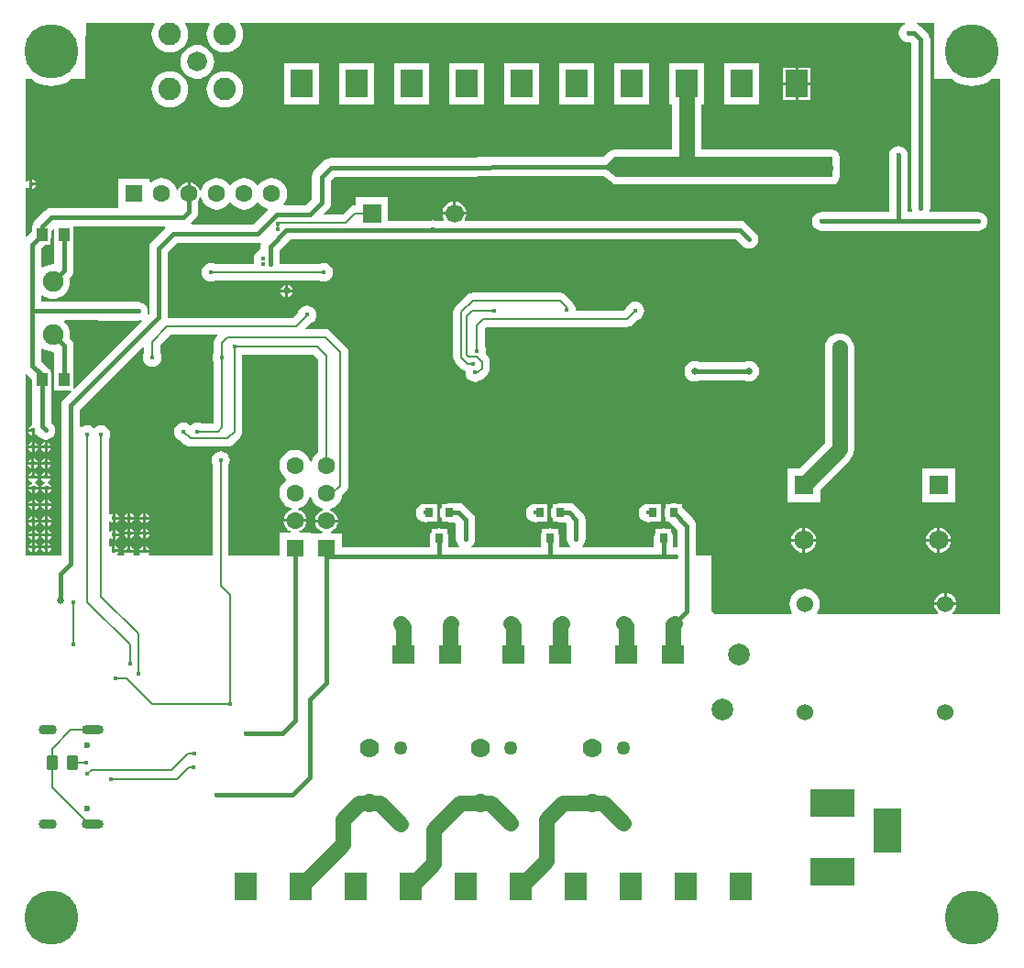
<source format=gbl>
G04*
G04 #@! TF.GenerationSoftware,Altium Limited,Altium Designer,18.0.11 (651)*
G04*
G04 Layer_Physical_Order=2*
G04 Layer_Color=14186556*
%FSTAX24Y24*%
%MOIN*%
G70*
G01*
G75*
%ADD12C,0.0080*%
G04:AMPARAMS|DCode=34|XSize=39.4mil|YSize=55.9mil|CornerRadius=4.9mil|HoleSize=0mil|Usage=FLASHONLY|Rotation=180.000|XOffset=0mil|YOffset=0mil|HoleType=Round|Shape=RoundedRectangle|*
%AMROUNDEDRECTD34*
21,1,0.0394,0.0461,0,0,180.0*
21,1,0.0295,0.0559,0,0,180.0*
1,1,0.0098,-0.0148,0.0230*
1,1,0.0098,0.0148,0.0230*
1,1,0.0098,0.0148,-0.0230*
1,1,0.0098,-0.0148,-0.0230*
%
%ADD34ROUNDEDRECTD34*%
%ADD90C,0.0180*%
%ADD92C,0.0551*%
%ADD93C,0.0700*%
%ADD94R,0.1000X0.1600*%
%ADD95R,0.1600X0.1000*%
%ADD96C,0.0787*%
%ADD97C,0.0600*%
%ADD98R,0.0669X0.0669*%
%ADD99C,0.0669*%
%ADD100R,0.0787X0.0984*%
%ADD101R,0.0630X0.0630*%
%ADD102C,0.0630*%
%ADD103C,0.0500*%
%ADD104R,0.0630X0.0630*%
%ADD105C,0.0750*%
%ADD106C,0.0820*%
%ADD107C,0.0720*%
%ADD108R,0.0709X0.0709*%
%ADD109C,0.0709*%
%ADD110O,0.0669X0.0354*%
%ADD111O,0.0787X0.0354*%
%ADD112C,0.0236*%
%ADD113C,0.0165*%
%ADD114C,0.0250*%
%ADD115C,0.1969*%
%ADD116R,0.0276X0.0354*%
%ADD117R,0.0787X0.0709*%
%ADD118R,0.0394X0.0500*%
G36*
X042069Y04215D02*
X04295D01*
Y0414D01*
X042069D01*
X035094Y0414D01*
X034641Y041766D01*
X034641Y041791D01*
X035Y04215D01*
X042069Y04215D01*
D02*
G37*
G36*
X04665Y044982D02*
X04727D01*
X047287Y044968D01*
X047452Y044866D01*
X047632Y044792D01*
X047821Y044746D01*
X048015Y044731D01*
X048208Y044746D01*
X048397Y044792D01*
X048577Y044866D01*
X048742Y044968D01*
X048759Y044982D01*
X049047D01*
X049047Y025532D01*
X047326D01*
X04731Y025582D01*
X047335Y025602D01*
X047399Y025685D01*
X04744Y025783D01*
X047447Y025837D01*
X046653D01*
X04666Y025783D01*
X046701Y025685D01*
X046765Y025602D01*
X04679Y025582D01*
X046774Y025532D01*
X042409D01*
X042387Y025577D01*
X042412Y02561D01*
X042468Y025743D01*
X042487Y025887D01*
X042468Y026031D01*
X042412Y026164D01*
X042324Y026279D01*
X042209Y026367D01*
X042075Y026423D01*
X041932Y026442D01*
X041788Y026423D01*
X041655Y026367D01*
X04154Y026279D01*
X041451Y026164D01*
X041396Y026031D01*
X041377Y025887D01*
X041396Y025743D01*
X041451Y02561D01*
X041477Y025577D01*
X041455Y025532D01*
X038666D01*
X03855Y025648D01*
Y02765D01*
X037993D01*
Y028727D01*
X037981Y028816D01*
X037947Y028898D01*
X037892Y028969D01*
X037462Y0294D01*
Y02953D01*
X037273D01*
X037263Y029534D01*
X037174Y029546D01*
X037085Y029534D01*
X037075Y02953D01*
X036886D01*
Y029386D01*
X036877Y029374D01*
X036843Y029292D01*
X036831Y029203D01*
X036843Y029114D01*
X036877Y029031D01*
X036886Y029019D01*
Y028876D01*
X037016D01*
X037307Y028585D01*
Y027973D01*
X037269Y02794D01*
X03725Y027943D01*
X037143D01*
Y028297D01*
X037131Y028386D01*
X037097Y028469D01*
X037088Y028481D01*
Y028624D01*
X036899D01*
X036889Y028628D01*
X0368Y02864D01*
X036711Y028628D01*
X036701Y028624D01*
X036512D01*
Y028481D01*
X036503Y028469D01*
X036469Y028386D01*
X036457Y028297D01*
Y027943D01*
X033866D01*
X033849Y027993D01*
X033868Y028008D01*
X033923Y028079D01*
X033957Y028161D01*
X033969Y02825D01*
Y02895D01*
X033957Y029039D01*
X033923Y029121D01*
X033868Y029192D01*
X033616Y029445D01*
X033545Y0295D01*
X033462Y029534D01*
X033373Y029546D01*
X03305D01*
X032961Y029534D01*
X032951Y02953D01*
X032762D01*
Y029386D01*
X032753Y029374D01*
X032719Y029292D01*
X032707Y029203D01*
X032719Y029114D01*
X032753Y029031D01*
X032762Y029019D01*
Y028876D01*
X032951D01*
X032961Y028872D01*
X03305Y02886D01*
X033231D01*
X033283Y028808D01*
Y02825D01*
X033295Y028161D01*
X033329Y028079D01*
X033383Y028008D01*
X033402Y027993D01*
X033386Y027943D01*
X033019D01*
Y028297D01*
X033007Y028386D01*
X032973Y028469D01*
X032964Y028481D01*
Y028624D01*
X032775D01*
X032765Y028628D01*
X032676Y02864D01*
X032587Y028628D01*
X032577Y028624D01*
X032388D01*
Y028481D01*
X032379Y028469D01*
X032345Y028386D01*
X032333Y028297D01*
Y027943D01*
X02984D01*
X029824Y027993D01*
X029842Y028008D01*
X029897Y028079D01*
X029931Y028161D01*
X029943Y02825D01*
Y02895D01*
X029931Y029039D01*
X029897Y029121D01*
X029842Y029192D01*
X02959Y029445D01*
X029519Y0295D01*
X029436Y029534D01*
X029347Y029546D01*
X029024D01*
X028935Y029534D01*
X028925Y02953D01*
X028736D01*
Y029386D01*
X028727Y029374D01*
X028693Y029292D01*
X028681Y029203D01*
X028693Y029114D01*
X028727Y029031D01*
X028736Y029019D01*
Y028876D01*
X028925D01*
X028935Y028872D01*
X029024Y02886D01*
X029205D01*
X029257Y028808D01*
Y02825D01*
X029269Y028161D01*
X029303Y028079D01*
X029358Y028008D01*
X029376Y027993D01*
X02936Y027943D01*
X028993D01*
Y028297D01*
X028981Y028386D01*
X028947Y028469D01*
X028938Y028481D01*
Y028624D01*
X028749D01*
X028739Y028628D01*
X02865Y02864D01*
X028561Y028628D01*
X028551Y028624D01*
X028362D01*
Y028481D01*
X028353Y028469D01*
X028319Y028386D01*
X028307Y028297D01*
Y027943D01*
X025115D01*
Y028465D01*
X024715D01*
X024705Y028515D01*
X024759Y028538D01*
X024846Y028604D01*
X024912Y028691D01*
X024954Y028792D01*
X024962Y02885D01*
X02455D01*
X024138D01*
X024146Y028792D01*
X024188Y028691D01*
X024254Y028604D01*
X024341Y028538D01*
X024395Y028515D01*
X024385Y028465D01*
X024006D01*
X023965Y028487D01*
X023965Y028487D01*
X023965Y028487D01*
X023565D01*
X023555Y028537D01*
X023609Y02856D01*
X023696Y028626D01*
X023762Y028713D01*
X023804Y028814D01*
X023812Y028872D01*
X0234D01*
X022988D01*
X022996Y028814D01*
X023038Y028713D01*
X023104Y028626D01*
X023191Y02856D01*
X023245Y028537D01*
X023235Y028487D01*
X022835D01*
Y02765D01*
X020993D01*
Y030937D01*
X021024Y031013D01*
X021036Y0311D01*
X021024Y031187D01*
X020991Y031268D01*
X020937Y031337D01*
X020868Y031391D01*
X020787Y031424D01*
X0207Y031436D01*
X020613Y031424D01*
X020532Y031391D01*
X020463Y031337D01*
X020409Y031268D01*
X020376Y031187D01*
X020364Y0311D01*
X020376Y031013D01*
X020408Y030937D01*
Y02765D01*
X018109D01*
X018082Y0277D01*
X018102Y027729D01*
X018106Y02775D01*
X017753D01*
X017757Y027729D01*
X017777Y0277D01*
X01775Y02765D01*
X017536D01*
X01751Y0277D01*
X017533Y027735D01*
X017537Y027756D01*
X017185D01*
X017189Y027735D01*
X017212Y0277D01*
X017186Y02765D01*
X016947D01*
X016931Y0277D01*
X016932Y0277D01*
X016972Y027761D01*
X016976Y027782D01*
X0168D01*
Y027832D01*
X01675D01*
Y028008D01*
X016729Y028004D01*
X016693Y02798D01*
X016643Y028006D01*
Y028258D01*
X016693Y028273D01*
X016695Y028268D01*
X016756Y028228D01*
X016777Y028224D01*
Y0284D01*
Y028576D01*
X016756Y028572D01*
X016695Y028532D01*
X016693Y028527D01*
X016643Y028542D01*
Y028868D01*
X016693Y028883D01*
X016695Y028879D01*
X016756Y028839D01*
X016777Y028834D01*
Y029011D01*
Y029187D01*
X016756Y029183D01*
X016695Y029142D01*
X016693Y029138D01*
X016643Y029153D01*
Y031887D01*
X016674Y031963D01*
X016686Y03205D01*
X016674Y032137D01*
X016641Y032218D01*
X016587Y032287D01*
X016518Y032341D01*
X016437Y032374D01*
X01635Y032386D01*
X016263Y032374D01*
X016182Y032341D01*
X016113Y032287D01*
X016087D01*
X016018Y032341D01*
X015937Y032374D01*
X01585Y032386D01*
X015763Y032374D01*
X015682Y032341D01*
X015643Y03231D01*
X015593Y032335D01*
Y032958D01*
X017866Y035231D01*
X017913Y035212D01*
Y035013D01*
X017881Y034937D01*
X01787Y03485D01*
X017881Y034763D01*
X017915Y034682D01*
X017968Y034613D01*
X018037Y034559D01*
X018118Y034526D01*
X018205Y034514D01*
X018292Y034526D01*
X018373Y034559D01*
X018442Y034613D01*
X018496Y034682D01*
X018529Y034763D01*
X018541Y03485D01*
X018529Y034937D01*
X018498Y035013D01*
Y035312D01*
X018877Y035692D01*
X020567D01*
X020587Y035646D01*
X020543Y035603D01*
X020497Y035542D01*
X020467Y035471D01*
X020457Y035396D01*
Y035013D01*
X020426Y034937D01*
X020414Y03485D01*
X020426Y034763D01*
X020457Y034687D01*
Y032443D01*
X020013D01*
X019937Y032474D01*
X01985Y032486D01*
X019763Y032474D01*
X019682Y032441D01*
X019613Y032387D01*
X019587D01*
X019518Y032441D01*
X019437Y032474D01*
X01935Y032486D01*
X019263Y032474D01*
X019182Y032441D01*
X019113Y032387D01*
X019059Y032318D01*
X019026Y032237D01*
X019014Y03215D01*
X019026Y032063D01*
X019059Y031982D01*
X019113Y031913D01*
X019182Y031859D01*
X019259Y031828D01*
X019393Y031693D01*
X019454Y031647D01*
X019524Y031617D01*
X0196Y031607D01*
X02095D01*
X021026Y031617D01*
X021096Y031647D01*
X021157Y031693D01*
X021407Y031943D01*
X021453Y032004D01*
X021483Y032074D01*
X021493Y03215D01*
Y034957D01*
X024079D01*
X024258Y034779D01*
Y031388D01*
X024147Y031303D01*
X024057Y031185D01*
X024003Y031055D01*
X023999Y031055D01*
X02395Y03107D01*
X023893Y031207D01*
X023803Y031325D01*
X023685Y031416D01*
X023547Y031472D01*
X0234Y031492D01*
X023253Y031472D01*
X023115Y031416D01*
X022997Y031325D01*
X022907Y031207D01*
X02285Y03107D01*
X02283Y030922D01*
X02285Y030775D01*
X022907Y030637D01*
X022997Y030519D01*
X023082Y030454D01*
Y030391D01*
X022997Y030325D01*
X022907Y030207D01*
X02285Y03007D01*
X02283Y029922D01*
X02285Y029775D01*
X022907Y029637D01*
X022997Y029519D01*
X023115Y029429D01*
X023253Y029372D01*
X023266Y02937D01*
X023273Y029319D01*
X023191Y029285D01*
X023104Y029218D01*
X023038Y029131D01*
X022996Y02903D01*
X022988Y028972D01*
X0234D01*
X023812D01*
X023804Y02903D01*
X023762Y029131D01*
X023696Y029218D01*
X023609Y029285D01*
X023527Y029319D01*
X023534Y02937D01*
X023547Y029372D01*
X023685Y029429D01*
X023803Y029519D01*
X023893Y029637D01*
X023947Y029767D01*
X023951Y029768D01*
X024Y029753D01*
X024057Y029615D01*
X024147Y029497D01*
X024265Y029407D01*
X024403Y02935D01*
X024416Y029348D01*
X024423Y029296D01*
X024341Y029262D01*
X024254Y029196D01*
X024188Y029109D01*
X024146Y029008D01*
X024138Y02895D01*
X02455D01*
X024962D01*
X024954Y029008D01*
X024912Y029109D01*
X024846Y029196D01*
X024759Y029262D01*
X024677Y029296D01*
X024684Y029348D01*
X024697Y02935D01*
X024835Y029407D01*
X024953Y029497D01*
X025043Y029615D01*
X0251Y029753D01*
X025112Y029837D01*
X025257Y029983D01*
X025303Y030043D01*
X025333Y030114D01*
X025343Y030189D01*
Y03505D01*
X025333Y035126D01*
X025303Y035196D01*
X025257Y035257D01*
X024717Y035797D01*
X024656Y035843D01*
X024586Y035873D01*
X02451Y035883D01*
X023812D01*
X023793Y035929D01*
X023949Y036085D01*
X024007Y036109D01*
X024077Y036163D01*
X02413Y036232D01*
X024164Y036313D01*
X024175Y0364D01*
X024164Y036487D01*
X02413Y036568D01*
X024077Y036637D01*
X024007Y036691D01*
X023926Y036724D01*
X023839Y036736D01*
X023753Y036724D01*
X023672Y036691D01*
X023602Y036637D01*
X023549Y036568D01*
X023515Y036487D01*
X023514Y036478D01*
X023313Y036277D01*
X018813D01*
X018793Y0363D01*
Y038688D01*
X019112Y039007D01*
X02205D01*
X022132Y039018D01*
X022172Y038985D01*
X022169Y038977D01*
X022157Y038888D01*
Y038772D01*
X022082Y038741D01*
X022013Y038687D01*
X021959Y038618D01*
X021926Y038537D01*
X021914Y03845D01*
X021926Y038363D01*
X021931Y03835D01*
X021926Y038337D01*
X021914Y03825D01*
X021908Y038242D01*
X020513D01*
X020437Y038274D01*
X02035Y038286D01*
X020263Y038274D01*
X020182Y038241D01*
X020113Y038187D01*
X020059Y038118D01*
X020026Y038037D01*
X020014Y03795D01*
X020026Y037863D01*
X020059Y037782D01*
X020113Y037713D01*
X020182Y037659D01*
X020263Y037626D01*
X02035Y037614D01*
X020437Y037626D01*
X020513Y037657D01*
X024287D01*
X024363Y037626D01*
X02445Y037614D01*
X024537Y037626D01*
X024618Y037659D01*
X024687Y037713D01*
X024741Y037782D01*
X024774Y037863D01*
X024786Y03795D01*
X024774Y038037D01*
X024741Y038118D01*
X024687Y038187D01*
X024618Y038241D01*
X024537Y038274D01*
X02445Y038286D01*
X024363Y038274D01*
X024287Y038242D01*
X02285D01*
X022843Y03825D01*
Y038746D01*
X023231Y039134D01*
X039431D01*
X039658Y038908D01*
X039729Y038853D01*
X039811Y038819D01*
X0399Y038807D01*
X039989Y038819D01*
X040071Y038853D01*
X040142Y038908D01*
X040197Y038979D01*
X040231Y039061D01*
X040243Y03915D01*
X040231Y039239D01*
X040197Y039321D01*
X040142Y039392D01*
X039815Y03972D01*
X039744Y039774D01*
X039662Y039808D01*
X039573Y03982D01*
X029595D01*
X029573Y039865D01*
X029577Y03987D01*
X029621Y039976D01*
X029629Y040039D01*
X028765D01*
X028774Y039976D01*
X028818Y03987D01*
X028822Y039865D01*
X0288Y03982D01*
X028515D01*
X028505Y039824D01*
X028418Y039836D01*
X028331Y039824D01*
X028321Y03982D01*
X026782D01*
Y040669D01*
X025613D01*
Y040377D01*
X025584D01*
X025509Y040367D01*
X025438Y040338D01*
X025378Y040291D01*
X025129Y040043D01*
X024479D01*
X02446Y040089D01*
X024608Y040237D01*
X024662Y040308D01*
X024697Y04039D01*
X024708Y040479D01*
Y041288D01*
X02484Y04142D01*
X0254D01*
X0254Y04142D01*
X025401Y04142D01*
X034623Y041452D01*
X034934Y041202D01*
X034966Y041185D01*
X034996Y041164D01*
X03501Y041162D01*
X035022Y041155D01*
X035058Y041152D01*
X035094Y041145D01*
X042069Y041145D01*
X04295D01*
X043048Y041164D01*
X04313Y04122D01*
X043186Y041302D01*
X043205Y0414D01*
Y041621D01*
X043206Y041623D01*
X043206Y041625D01*
X043206Y041626D01*
X04321Y041653D01*
X043225Y04176D01*
X043224Y041762D01*
X043224Y041763D01*
X043221Y04179D01*
X043207Y041898D01*
X043206Y0419D01*
X043206Y0419D01*
X043205Y041904D01*
Y04215D01*
X043186Y042248D01*
X04313Y04233D01*
X043048Y042386D01*
X04295Y042405D01*
X042069D01*
X03818Y042405D01*
Y044058D01*
X038294D01*
Y045542D01*
X037006D01*
Y044058D01*
X03712D01*
Y042405D01*
X035D01*
X034902Y042386D01*
X03482Y04233D01*
X034628Y042138D01*
X025399Y042106D01*
X024698D01*
X024609Y042094D01*
X024526Y04206D01*
X024455Y042005D01*
X024123Y041673D01*
X024068Y041602D01*
X024034Y041519D01*
X024022Y04143D01*
Y040621D01*
X023794Y040393D01*
X023013D01*
X022988Y040443D01*
X023043Y040515D01*
X0231Y040653D01*
X02312Y0408D01*
X0231Y040947D01*
X023043Y041085D01*
X022953Y041203D01*
X022835Y041293D01*
X022697Y04135D01*
X02255Y04137D01*
X022403Y04135D01*
X022265Y041293D01*
X022147Y041203D01*
X022082Y041118D01*
X022018D01*
X021953Y041203D01*
X021835Y041293D01*
X021697Y04135D01*
X02155Y04137D01*
X021403Y04135D01*
X021265Y041293D01*
X021147Y041203D01*
X021082Y041118D01*
X021018D01*
X020953Y041203D01*
X020835Y041293D01*
X020697Y04135D01*
X02055Y04137D01*
X020403Y04135D01*
X020265Y041293D01*
X020147Y041203D01*
X020057Y041085D01*
X02Y040947D01*
X019998Y040934D01*
X019946Y040927D01*
X019912Y041009D01*
X019846Y041096D01*
X019759Y041162D01*
X019658Y041204D01*
X0196Y041212D01*
Y0408D01*
X0195D01*
Y041212D01*
X019442Y041204D01*
X019341Y041162D01*
X019254Y041096D01*
X019188Y041009D01*
X019154Y040927D01*
X019102Y040934D01*
X0191Y040947D01*
X019043Y041085D01*
X018953Y041203D01*
X018835Y041293D01*
X018697Y04135D01*
X01855Y04137D01*
X018403Y04135D01*
X018265Y041293D01*
X018165Y041217D01*
X018115Y04124D01*
Y041365D01*
X016985D01*
Y040293D01*
X01455D01*
X014461Y040281D01*
X014379Y040247D01*
X014308Y040192D01*
X013958Y039842D01*
X013903Y039771D01*
X013869Y039689D01*
X013857Y0396D01*
Y039442D01*
X013653Y039238D01*
X013603Y039259D01*
Y041025D01*
X013653Y041041D01*
X013668Y041018D01*
X013729Y040978D01*
X01375Y040974D01*
Y04115D01*
Y041326D01*
X013729Y041322D01*
X013668Y041282D01*
X013653Y041259D01*
X013603Y041275D01*
Y044982D01*
X013806D01*
X013822Y044968D01*
X013988Y044866D01*
X014167Y044792D01*
X014356Y044746D01*
X01455Y044731D01*
X014744Y044746D01*
X014933Y044792D01*
X015112Y044866D01*
X015278Y044968D01*
X015294Y044982D01*
X015764D01*
X015777Y045828D01*
X015788Y045969D01*
X015781Y046065D01*
X015795Y047026D01*
X018287D01*
X018309Y046981D01*
X018299Y046968D01*
X018237Y046854D01*
X0182Y046729D01*
X018187Y0466D01*
X0182Y046471D01*
X018237Y046346D01*
X018299Y046232D01*
X018381Y046131D01*
X018482Y046049D01*
X018596Y045987D01*
X018721Y04595D01*
X01885Y045937D01*
X018979Y04595D01*
X019104Y045987D01*
X019218Y046049D01*
X019319Y046131D01*
X019401Y046232D01*
X019463Y046346D01*
X0195Y046471D01*
X019513Y0466D01*
X0195Y046729D01*
X019463Y046854D01*
X019401Y046968D01*
X019391Y046981D01*
X019413Y047026D01*
X020287D01*
X020309Y046981D01*
X020299Y046968D01*
X020237Y046854D01*
X0202Y046729D01*
X020187Y0466D01*
X0202Y046471D01*
X020237Y046346D01*
X020299Y046232D01*
X020381Y046131D01*
X020482Y046049D01*
X020596Y045987D01*
X020721Y04595D01*
X02085Y045937D01*
X020979Y04595D01*
X021104Y045987D01*
X021218Y046049D01*
X021319Y046131D01*
X021401Y046232D01*
X021463Y046346D01*
X0215Y046471D01*
X021513Y0466D01*
X0215Y046729D01*
X021463Y046854D01*
X021401Y046968D01*
X021391Y046981D01*
X021413Y047026D01*
X045588D01*
X045598Y046976D01*
X045529Y046947D01*
X045458Y046892D01*
X045403Y046821D01*
X045369Y046739D01*
X045357Y04665D01*
X045369Y046561D01*
X045403Y046479D01*
X045458Y046408D01*
X045529Y046353D01*
X045611Y046319D01*
X0457Y046307D01*
X045772D01*
X045818Y046262D01*
Y040289D01*
X045829Y040201D01*
X045836Y040185D01*
X045808Y040143D01*
X045693D01*
Y0422D01*
X045681Y042289D01*
X045647Y042371D01*
X045592Y042442D01*
X045521Y042497D01*
X045439Y042531D01*
X04535Y042543D01*
X045261Y042531D01*
X045179Y042497D01*
X045108Y042442D01*
X045053Y042371D01*
X045019Y042289D01*
X045007Y0422D01*
Y040143D01*
X04255D01*
X042461Y040131D01*
X042379Y040097D01*
X042308Y040042D01*
X042253Y039971D01*
X042219Y039889D01*
X042207Y0398D01*
X042219Y039711D01*
X042253Y039629D01*
X042308Y039558D01*
X042379Y039503D01*
X042461Y039469D01*
X04255Y039457D01*
X04825D01*
X048339Y039469D01*
X048421Y039503D01*
X048492Y039558D01*
X048547Y039629D01*
X048581Y039711D01*
X048593Y0398D01*
X048581Y039889D01*
X048547Y039971D01*
X048492Y040042D01*
X048421Y040097D01*
X048339Y040131D01*
X04825Y040143D01*
X046513D01*
X046485Y040185D01*
X046492Y040201D01*
X046503Y040289D01*
Y046404D01*
X046492Y046493D01*
X046458Y046575D01*
X046403Y046646D01*
X046157Y046892D01*
X046086Y046947D01*
X046016Y046976D01*
X046026Y047026D01*
X04665D01*
Y044982D01*
D02*
G37*
G36*
X019998Y040666D02*
X02Y040653D01*
X020057Y040515D01*
X020147Y040397D01*
X020265Y040307D01*
X020403Y04025D01*
X02055Y04023D01*
X020697Y04025D01*
X020835Y040307D01*
X020953Y040397D01*
X021018Y040483D01*
X021082D01*
X021147Y040397D01*
X021265Y040307D01*
X021403Y04025D01*
X02155Y04023D01*
X021697Y04025D01*
X021835Y040307D01*
X021953Y040397D01*
X022018Y040483D01*
X022082D01*
X022147Y040397D01*
X022265Y040307D01*
X022396Y040252D01*
X022418Y040205D01*
X022418Y040203D01*
X021908Y039693D01*
X019649D01*
X019628Y039743D01*
X019792Y039908D01*
X019847Y039979D01*
X019881Y040061D01*
X019893Y04015D01*
Y040565D01*
X019912Y040591D01*
X019946Y040673D01*
X019998Y040666D01*
D02*
G37*
G36*
X014653Y039503D02*
Y0389D01*
X014657D01*
Y038274D01*
X01462Y038241D01*
X0146Y038243D01*
X014477Y038231D01*
X01436Y038195D01*
X014251Y038137D01*
X014238Y038126D01*
X014193Y038147D01*
Y038808D01*
X014335Y03895D01*
X014497D01*
Y039128D01*
X014497Y039129D01*
X014531Y039211D01*
X014543Y0393D01*
Y039458D01*
X014607Y039522D01*
X014653Y039503D01*
D02*
G37*
G36*
X018692Y039557D02*
X018208Y039072D01*
X018153Y039001D01*
X018119Y038919D01*
X018107Y03883D01*
Y036442D01*
X018067Y036402D01*
X018025Y036431D01*
X018031Y036445D01*
X018043Y036534D01*
X018032Y036623D01*
X017998Y036705D01*
X017943Y036777D01*
X017873Y036831D01*
X01779Y036866D01*
X017701Y036878D01*
X017451Y036879D01*
X014193Y036892D01*
Y037082D01*
X014238Y037103D01*
X014251Y037092D01*
X01436Y037034D01*
X014477Y036999D01*
X0146Y036987D01*
X014723Y036999D01*
X01484Y037034D01*
X014949Y037092D01*
X015044Y03717D01*
X015122Y037266D01*
X01518Y037374D01*
X015216Y037492D01*
X015228Y037615D01*
X015216Y037737D01*
X015214Y037744D01*
X015242Y037772D01*
X015297Y037843D01*
X015331Y037926D01*
X015343Y038015D01*
Y0389D01*
X015347D01*
Y039607D01*
X018671D01*
X018692Y039557D01*
D02*
G37*
G36*
X017833Y036168D02*
X015393Y033728D01*
X015347Y033747D01*
Y03445D01*
X015343D01*
Y035285D01*
X015331Y035374D01*
X015297Y035457D01*
X015242Y035528D01*
X015214Y035556D01*
X015216Y035563D01*
X015228Y035685D01*
X015216Y035808D01*
X01518Y035926D01*
X015122Y036034D01*
X015044Y03613D01*
X015013Y036155D01*
X015029Y036202D01*
X017449Y036193D01*
X017699Y036192D01*
X017787Y036203D01*
X017805Y036211D01*
X017833Y036168D01*
D02*
G37*
G36*
X014251Y035163D02*
X01436Y035105D01*
X014477Y035069D01*
X0146Y035057D01*
X01462Y035059D01*
X014657Y035026D01*
Y03445D01*
X014653D01*
Y03365D01*
X01525D01*
X015269Y033604D01*
X015008Y033342D01*
X014953Y033271D01*
X014919Y033189D01*
X014907Y0331D01*
Y02765D01*
X013603D01*
Y034241D01*
X013653Y034262D01*
X013857Y034058D01*
Y032381D01*
X013814Y032372D01*
X013753Y032332D01*
X013713Y032271D01*
X013709Y03225D01*
X013885D01*
Y0322D01*
X013935D01*
Y032024D01*
X013956Y032028D01*
X014005Y03206D01*
X014108Y031958D01*
X014179Y031903D01*
X014261Y031869D01*
X01435Y031857D01*
X014439Y031869D01*
X014521Y031903D01*
X014592Y031958D01*
X014647Y032029D01*
X014681Y032111D01*
X014693Y0322D01*
X014681Y032289D01*
X014647Y032371D01*
X014592Y032442D01*
X014543Y032492D01*
Y03405D01*
Y0342D01*
X014531Y034289D01*
X014497Y034371D01*
X014497Y034372D01*
Y0344D01*
X014475D01*
X014442Y034442D01*
X014193Y034692D01*
Y035153D01*
X014238Y035174D01*
X014251Y035163D01*
D02*
G37*
%LPC*%
G36*
X01985Y046213D02*
X01973Y046201D01*
X019615Y046166D01*
X019509Y04611D01*
X019417Y046033D01*
X01934Y045941D01*
X019284Y045835D01*
X019249Y04572D01*
X019237Y0456D01*
X019249Y04548D01*
X019284Y045365D01*
X01934Y045259D01*
X019417Y045167D01*
X019509Y04509D01*
X019615Y045034D01*
X01973Y044999D01*
X01985Y044987D01*
X01997Y044999D01*
X020085Y045034D01*
X020191Y04509D01*
X020283Y045167D01*
X02036Y045259D01*
X020416Y045365D01*
X020451Y04548D01*
X020463Y0456D01*
X020451Y04572D01*
X020416Y045835D01*
X02036Y045941D01*
X020283Y046033D01*
X020191Y04611D01*
X020085Y046166D01*
X01997Y046201D01*
X01985Y046213D01*
D02*
G37*
G36*
X042144Y045392D02*
X0417D01*
Y04485D01*
X042144D01*
Y045392D01*
D02*
G37*
G36*
X0416D02*
X041156D01*
Y04485D01*
X0416D01*
Y045392D01*
D02*
G37*
G36*
X042144Y04475D02*
X0417D01*
Y044208D01*
X042144D01*
Y04475D01*
D02*
G37*
G36*
X0416D02*
X041156D01*
Y044208D01*
X0416D01*
Y04475D01*
D02*
G37*
G36*
X040294Y045542D02*
X039006D01*
Y044058D01*
X040294D01*
Y045542D01*
D02*
G37*
G36*
X036294D02*
X035006D01*
Y044058D01*
X036294D01*
Y045542D01*
D02*
G37*
G36*
X034294D02*
X033006D01*
Y044058D01*
X034294D01*
Y045542D01*
D02*
G37*
G36*
X032294D02*
X031006D01*
Y044058D01*
X032294D01*
Y045542D01*
D02*
G37*
G36*
X030294D02*
X029006D01*
Y044058D01*
X030294D01*
Y045542D01*
D02*
G37*
G36*
X028294D02*
X027006D01*
Y044058D01*
X028294D01*
Y045542D01*
D02*
G37*
G36*
X026294D02*
X025006D01*
Y044058D01*
X026294D01*
Y045542D01*
D02*
G37*
G36*
X024294D02*
X023006D01*
Y044058D01*
X024294D01*
Y045542D01*
D02*
G37*
G36*
X02085Y045263D02*
X020721Y04525D01*
X020596Y045213D01*
X020482Y045151D01*
X020381Y045069D01*
X020299Y044968D01*
X020237Y044854D01*
X0202Y044729D01*
X020187Y0446D01*
X0202Y044471D01*
X020237Y044346D01*
X020299Y044232D01*
X020381Y044131D01*
X020482Y044049D01*
X020596Y043987D01*
X020721Y04395D01*
X02085Y043937D01*
X020979Y04395D01*
X021104Y043987D01*
X021218Y044049D01*
X021319Y044131D01*
X021401Y044232D01*
X021463Y044346D01*
X0215Y044471D01*
X021513Y0446D01*
X0215Y044729D01*
X021463Y044854D01*
X021401Y044968D01*
X021319Y045069D01*
X021218Y045151D01*
X021104Y045213D01*
X020979Y04525D01*
X02085Y045263D01*
D02*
G37*
G36*
X01885D02*
X018721Y04525D01*
X018596Y045213D01*
X018482Y045151D01*
X018381Y045069D01*
X018299Y044968D01*
X018237Y044854D01*
X0182Y044729D01*
X018187Y0446D01*
X0182Y044471D01*
X018237Y044346D01*
X018299Y044232D01*
X018381Y044131D01*
X018482Y044049D01*
X018596Y043987D01*
X018721Y04395D01*
X01885Y043937D01*
X018979Y04395D01*
X019104Y043987D01*
X019218Y044049D01*
X019319Y044131D01*
X019401Y044232D01*
X019463Y044346D01*
X0195Y044471D01*
X019513Y0446D01*
X0195Y044729D01*
X019463Y044854D01*
X019401Y044968D01*
X019319Y045069D01*
X019218Y045151D01*
X019104Y045213D01*
X018979Y04525D01*
X01885Y045263D01*
D02*
G37*
G36*
X01385Y041326D02*
Y0412D01*
X013976D01*
X013972Y041221D01*
X013932Y041282D01*
X013871Y041322D01*
X01385Y041326D01*
D02*
G37*
G36*
X013976Y0411D02*
X01385D01*
Y040974D01*
X013871Y040978D01*
X013932Y041018D01*
X013972Y041079D01*
X013976Y0411D01*
D02*
G37*
G36*
X029247Y040521D02*
Y040139D01*
X029629D01*
X029621Y040203D01*
X029577Y040309D01*
X029507Y040399D01*
X029416Y040469D01*
X029311Y040513D01*
X029247Y040521D01*
D02*
G37*
G36*
X029147D02*
X029084Y040513D01*
X028978Y040469D01*
X028887Y040399D01*
X028818Y040309D01*
X028774Y040203D01*
X028765Y040139D01*
X029147D01*
Y040521D01*
D02*
G37*
G36*
X02315Y037488D02*
Y037318D01*
X023319D01*
X023312Y037356D01*
X023262Y03743D01*
X023188Y03748D01*
X02315Y037488D01*
D02*
G37*
G36*
X02305D02*
X023012Y03748D01*
X022938Y03743D01*
X022888Y037356D01*
X022881Y037318D01*
X02305D01*
Y037488D01*
D02*
G37*
G36*
X023319Y037218D02*
X02315D01*
Y037049D01*
X023188Y037056D01*
X023262Y037106D01*
X023312Y03718D01*
X023319Y037218D01*
D02*
G37*
G36*
X02305D02*
X022881D01*
X022888Y03718D01*
X022938Y037106D01*
X023012Y037056D01*
X02305Y037049D01*
Y037218D01*
D02*
G37*
G36*
X0399Y034728D02*
X039802Y034715D01*
X039748Y034693D01*
X038098D01*
X038044Y034715D01*
X037946Y034728D01*
X037848Y034715D01*
X037757Y034678D01*
X037679Y034617D01*
X037619Y034539D01*
X037581Y034448D01*
X037568Y03435D01*
X037581Y034252D01*
X037619Y034161D01*
X037679Y034083D01*
X037757Y034022D01*
X037848Y033985D01*
X037946Y033972D01*
X038044Y033985D01*
X038098Y034007D01*
X039748D01*
X039802Y033985D01*
X0399Y033972D01*
X039998Y033985D01*
X040089Y034022D01*
X040167Y034083D01*
X040228Y034161D01*
X040265Y034252D01*
X040278Y03435D01*
X040265Y034448D01*
X040228Y034539D01*
X040167Y034617D01*
X040089Y034678D01*
X039998Y034715D01*
X0399Y034728D01*
D02*
G37*
G36*
X033035Y037208D02*
X029865D01*
X02979Y037198D01*
X029719Y037169D01*
X029659Y037122D01*
X029243Y036707D01*
X029197Y036646D01*
X029167Y036576D01*
X029158Y0365D01*
Y03485D01*
X029167Y034774D01*
X029197Y034704D01*
X029243Y034643D01*
X029472Y034414D01*
X029533Y034367D01*
X029604Y034338D01*
X029619Y034336D01*
X029614Y0343D01*
X029626Y034213D01*
X029659Y034132D01*
X029713Y034063D01*
X029782Y034009D01*
X029863Y033976D01*
X02995Y033964D01*
X030037Y033976D01*
X030118Y034009D01*
X030131Y03402D01*
X030196Y034047D01*
X030257Y034093D01*
X030407Y034243D01*
X030453Y034304D01*
X030483Y034374D01*
X030492Y03445D01*
Y034695D01*
X030483Y034771D01*
X030453Y034841D01*
X030407Y034902D01*
X030329Y03498D01*
X030338Y035003D01*
X030349Y035089D01*
X030338Y035176D01*
X030306Y035253D01*
Y035901D01*
X030362Y035958D01*
X035466D01*
X035542Y035967D01*
X035612Y035997D01*
X035673Y036043D01*
X035858Y036228D01*
X035934Y036259D01*
X036003Y036313D01*
X036057Y036382D01*
X03609Y036463D01*
X036102Y03655D01*
X03609Y036637D01*
X036057Y036718D01*
X036003Y036787D01*
X035934Y036841D01*
X035853Y036874D01*
X035766Y036886D01*
X035679Y036874D01*
X035598Y036841D01*
X035529Y036787D01*
X035476Y036718D01*
X035444Y036641D01*
X035345Y036542D01*
X03363D01*
X033607Y036568D01*
X033596Y036655D01*
X033562Y036736D01*
X033555Y036745D01*
X033554Y036754D01*
X033525Y036825D01*
X033478Y036885D01*
X033241Y037122D01*
X033181Y037169D01*
X03311Y037198D01*
X033035Y037208D01*
D02*
G37*
G36*
X047404Y030804D02*
X046196D01*
Y029596D01*
X047404D01*
Y030804D01*
D02*
G37*
G36*
X0432Y03573D02*
X043063Y035712D01*
X042935Y035659D01*
X042825Y035575D01*
X042741Y035465D01*
X042688Y035337D01*
X04267Y0352D01*
Y03172D01*
X041755Y030804D01*
X041296D01*
Y029596D01*
X042504D01*
Y030055D01*
X043575Y031125D01*
X043659Y031235D01*
X043681Y031288D01*
X043712Y031363D01*
X04373Y0315D01*
Y0352D01*
X043712Y035337D01*
X043659Y035465D01*
X043575Y035575D01*
X043465Y035659D01*
X043337Y035712D01*
X0432Y03573D01*
D02*
G37*
G36*
X01798Y029187D02*
Y029061D01*
X018106D01*
X018102Y029082D01*
X018061Y029142D01*
X018001Y029183D01*
X01798Y029187D01*
D02*
G37*
G36*
X01788D02*
X017858Y029183D01*
X017798Y029142D01*
X017757Y029082D01*
X017753Y029061D01*
X01788D01*
Y029187D01*
D02*
G37*
G36*
X017428D02*
Y029061D01*
X017555D01*
X01755Y029082D01*
X01751Y029142D01*
X01745Y029183D01*
X017428Y029187D01*
D02*
G37*
G36*
X017328D02*
X017307Y029183D01*
X017247Y029142D01*
X017206Y029082D01*
X017202Y029061D01*
X017328D01*
Y029187D01*
D02*
G37*
G36*
X016877D02*
Y029061D01*
X017003D01*
X016999Y029082D01*
X016959Y029142D01*
X016898Y029183D01*
X016877Y029187D01*
D02*
G37*
G36*
X03625Y029536D02*
X036207Y02953D01*
X036138D01*
Y029514D01*
X036082Y029491D01*
X036013Y029437D01*
X035959Y029368D01*
X035926Y029287D01*
X035914Y0292D01*
X035926Y029113D01*
X035959Y029032D01*
X036013Y028963D01*
X036082Y028909D01*
X036138Y028886D01*
Y028876D01*
X036165D01*
X03625Y028864D01*
X036335Y028876D01*
X036714D01*
Y02953D01*
X036293D01*
X03625Y029536D01*
D02*
G37*
G36*
X03215D02*
X032107Y02953D01*
X032014D01*
Y029504D01*
X031982Y029491D01*
X031913Y029437D01*
X031859Y029368D01*
X031826Y029287D01*
X031814Y0292D01*
X031826Y029113D01*
X031859Y029032D01*
X031913Y028963D01*
X031982Y028909D01*
X032014Y028896D01*
Y028876D01*
X032065D01*
X03215Y028864D01*
X032235Y028876D01*
X03259D01*
Y02953D01*
X032193D01*
X03215Y029536D01*
D02*
G37*
G36*
X02815D02*
X028107Y02953D01*
X027988D01*
Y029493D01*
X027982Y029491D01*
X027913Y029437D01*
X027859Y029368D01*
X027826Y029287D01*
X027814Y0292D01*
X027826Y029113D01*
X027859Y029032D01*
X027913Y028963D01*
X027982Y028909D01*
X027988Y028907D01*
Y028876D01*
X028065D01*
X02815Y028864D01*
X028235Y028876D01*
X028564D01*
Y02953D01*
X028193D01*
X02815Y029536D01*
D02*
G37*
G36*
X018106Y028961D02*
X01798D01*
Y028834D01*
X018001Y028839D01*
X018061Y028879D01*
X018102Y028939D01*
X018106Y028961D01*
D02*
G37*
G36*
X01788D02*
X017753D01*
X017757Y028939D01*
X017798Y028879D01*
X017858Y028839D01*
X01788Y028834D01*
Y028961D01*
D02*
G37*
G36*
X017555D02*
X017428D01*
Y028834D01*
X01745Y028839D01*
X01751Y028879D01*
X01755Y028939D01*
X017555Y028961D01*
D02*
G37*
G36*
X017328D02*
X017202D01*
X017206Y028939D01*
X017247Y028879D01*
X017307Y028839D01*
X017328Y028834D01*
Y028961D01*
D02*
G37*
G36*
X017003D02*
X016877D01*
Y028834D01*
X016898Y028839D01*
X016959Y028879D01*
X016999Y028939D01*
X017003Y028961D01*
D02*
G37*
G36*
X01798Y028636D02*
Y028509D01*
X018106D01*
X018102Y028531D01*
X018061Y028591D01*
X018001Y028632D01*
X01798Y028636D01*
D02*
G37*
G36*
X01788D02*
X017858Y028632D01*
X017798Y028591D01*
X017757Y028531D01*
X017753Y028509D01*
X01788D01*
Y028636D01*
D02*
G37*
G36*
X017428D02*
Y028509D01*
X017555D01*
X01755Y028531D01*
X01751Y028591D01*
X01745Y028632D01*
X017428Y028636D01*
D02*
G37*
G36*
X017328D02*
X017307Y028632D01*
X017247Y028591D01*
X017206Y028531D01*
X017202Y028509D01*
X017328D01*
Y028636D01*
D02*
G37*
G36*
X016877Y028576D02*
Y02845D01*
X017003D01*
X016999Y028471D01*
X016959Y028532D01*
X016898Y028572D01*
X016877Y028576D01*
D02*
G37*
G36*
X018106Y028409D02*
X01798D01*
Y028283D01*
X018001Y028287D01*
X018061Y028328D01*
X018102Y028388D01*
X018106Y028409D01*
D02*
G37*
G36*
X01788D02*
X017753D01*
X017757Y028388D01*
X017798Y028328D01*
X017858Y028287D01*
X01788Y028283D01*
Y028409D01*
D02*
G37*
G36*
X017555D02*
X017428D01*
Y028283D01*
X01745Y028287D01*
X01751Y028328D01*
X01755Y028388D01*
X017555Y028409D01*
D02*
G37*
G36*
X017328D02*
X017202D01*
X017206Y028388D01*
X017247Y028328D01*
X017307Y028287D01*
X017328Y028283D01*
Y028409D01*
D02*
G37*
G36*
X04685Y028652D02*
Y02825D01*
X047252D01*
X047243Y028319D01*
X047197Y028429D01*
X047124Y028524D01*
X047029Y028597D01*
X046919Y028643D01*
X04685Y028652D01*
D02*
G37*
G36*
X04195D02*
Y02825D01*
X042352D01*
X042343Y028319D01*
X042297Y028429D01*
X042224Y028524D01*
X042129Y028597D01*
X042019Y028643D01*
X04195Y028652D01*
D02*
G37*
G36*
X04675D02*
X046681Y028643D01*
X046571Y028597D01*
X046476Y028524D01*
X046403Y028429D01*
X046357Y028319D01*
X046348Y02825D01*
X04675D01*
Y028652D01*
D02*
G37*
G36*
X04185D02*
X041781Y028643D01*
X041671Y028597D01*
X041576Y028524D01*
X041503Y028429D01*
X041457Y028319D01*
X041448Y02825D01*
X04185D01*
Y028652D01*
D02*
G37*
G36*
X017003Y02835D02*
X016877D01*
Y028224D01*
X016898Y028228D01*
X016959Y028268D01*
X016999Y028329D01*
X017003Y02835D01*
D02*
G37*
G36*
X01685Y028008D02*
Y027882D01*
X016976D01*
X016972Y027903D01*
X016932Y027964D01*
X016871Y028004D01*
X01685Y028008D01*
D02*
G37*
G36*
X017411Y027983D02*
Y027856D01*
X017537D01*
X017533Y027878D01*
X017493Y027938D01*
X017432Y027978D01*
X017411Y027983D01*
D02*
G37*
G36*
X017311D02*
X01729Y027978D01*
X017229Y027938D01*
X017189Y027878D01*
X017185Y027856D01*
X017311D01*
Y027983D01*
D02*
G37*
G36*
X01798Y027976D02*
Y02785D01*
X018106D01*
X018102Y027871D01*
X018061Y027932D01*
X018001Y027972D01*
X01798Y027976D01*
D02*
G37*
G36*
X01788D02*
X017858Y027972D01*
X017798Y027932D01*
X017757Y027871D01*
X017753Y02785D01*
X01788D01*
Y027976D01*
D02*
G37*
G36*
X047252Y02815D02*
X04685D01*
Y027748D01*
X046919Y027757D01*
X047029Y027803D01*
X047124Y027876D01*
X047197Y027971D01*
X047243Y028081D01*
X047252Y02815D01*
D02*
G37*
G36*
X042352D02*
X04195D01*
Y027748D01*
X042019Y027757D01*
X042129Y027803D01*
X042224Y027876D01*
X042297Y027971D01*
X042343Y028081D01*
X042352Y02815D01*
D02*
G37*
G36*
X04675D02*
X046348D01*
X046357Y028081D01*
X046403Y027971D01*
X046476Y027876D01*
X046571Y027803D01*
X046681Y027757D01*
X04675Y027748D01*
Y02815D01*
D02*
G37*
G36*
X04185D02*
X041448D01*
X041457Y028081D01*
X041503Y027971D01*
X041576Y027876D01*
X041671Y027803D01*
X041781Y027757D01*
X04185Y027748D01*
Y02815D01*
D02*
G37*
G36*
X0471Y026284D02*
Y025937D01*
X047447D01*
X04744Y025991D01*
X047399Y026089D01*
X047335Y026172D01*
X047252Y026236D01*
X047154Y026277D01*
X0471Y026284D01*
D02*
G37*
G36*
X047D02*
X046946Y026277D01*
X046848Y026236D01*
X046765Y026172D01*
X046701Y026089D01*
X04666Y025991D01*
X046653Y025937D01*
X047D01*
Y026284D01*
D02*
G37*
G36*
X013835Y03215D02*
X013709D01*
X013713Y032129D01*
X013753Y032068D01*
X013814Y032028D01*
X013835Y032024D01*
Y03215D01*
D02*
G37*
G36*
X0144Y031776D02*
Y03165D01*
X014526D01*
X014522Y031671D01*
X014482Y031732D01*
X014421Y031772D01*
X0144Y031776D01*
D02*
G37*
G36*
X0143D02*
X014279Y031772D01*
X014218Y031732D01*
X014178Y031671D01*
X014174Y03165D01*
X0143D01*
Y031776D01*
D02*
G37*
G36*
X013935D02*
Y03165D01*
X014061D01*
X014057Y031671D01*
X014017Y031732D01*
X013956Y031772D01*
X013935Y031776D01*
D02*
G37*
G36*
X013835D02*
X013814Y031772D01*
X013753Y031732D01*
X013713Y031671D01*
X013709Y03165D01*
X013835D01*
Y031776D01*
D02*
G37*
G36*
X014526Y03155D02*
X0144D01*
Y031424D01*
X014421Y031428D01*
X014482Y031468D01*
X014522Y031529D01*
X014526Y03155D01*
D02*
G37*
G36*
X0143D02*
X014174D01*
X014178Y031529D01*
X014218Y031468D01*
X014279Y031428D01*
X0143Y031424D01*
Y03155D01*
D02*
G37*
G36*
X014061D02*
X013935D01*
Y031424D01*
X013956Y031428D01*
X014017Y031468D01*
X014057Y031529D01*
X014061Y03155D01*
D02*
G37*
G36*
X013835D02*
X013709D01*
X013713Y031529D01*
X013753Y031468D01*
X013814Y031428D01*
X013835Y031424D01*
Y03155D01*
D02*
G37*
G36*
X0144Y031176D02*
Y03105D01*
X014526D01*
X014522Y031071D01*
X014482Y031132D01*
X014421Y031172D01*
X0144Y031176D01*
D02*
G37*
G36*
X0143D02*
X014279Y031172D01*
X014218Y031132D01*
X014178Y031071D01*
X014174Y03105D01*
X0143D01*
Y031176D01*
D02*
G37*
G36*
X01392D02*
Y03105D01*
X014047D01*
X014043Y031071D01*
X014002Y031132D01*
X013942Y031172D01*
X01392Y031176D01*
D02*
G37*
G36*
X01382D02*
X013799Y031172D01*
X013739Y031132D01*
X013698Y031071D01*
X013694Y03105D01*
X01382D01*
Y031176D01*
D02*
G37*
G36*
X014526Y03095D02*
X0144D01*
Y030824D01*
X014421Y030828D01*
X014482Y030868D01*
X014522Y030929D01*
X014526Y03095D01*
D02*
G37*
G36*
X0143D02*
X014174D01*
X014178Y030929D01*
X014218Y030868D01*
X014279Y030828D01*
X0143Y030824D01*
Y03095D01*
D02*
G37*
G36*
X014047D02*
X01392D01*
Y030824D01*
X013942Y030828D01*
X014002Y030868D01*
X014043Y030929D01*
X014047Y03095D01*
D02*
G37*
G36*
X01382D02*
X013694D01*
X013698Y030929D01*
X013739Y030868D01*
X013799Y030828D01*
X01382Y030824D01*
Y03095D01*
D02*
G37*
G36*
X0144Y030676D02*
Y03055D01*
X014526D01*
X014522Y030571D01*
X014482Y030632D01*
X014421Y030672D01*
X0144Y030676D01*
D02*
G37*
G36*
X0143D02*
X014279Y030672D01*
X014218Y030632D01*
X014178Y030571D01*
X014174Y03055D01*
X0143D01*
Y030676D01*
D02*
G37*
G36*
X013935D02*
Y03055D01*
X014061D01*
X014057Y030571D01*
X014017Y030632D01*
X013956Y030672D01*
X013935Y030676D01*
D02*
G37*
G36*
X013835D02*
X013814Y030672D01*
X013753Y030632D01*
X013713Y030571D01*
X013709Y03055D01*
X013835D01*
Y030676D01*
D02*
G37*
G36*
X014526Y03045D02*
X014174D01*
X014178Y030429D01*
X014218Y030368D01*
X014279Y030328D01*
X014298Y030324D01*
Y030273D01*
X014294Y030272D01*
X014233Y030232D01*
X014193Y030171D01*
X014189Y03015D01*
X014541D01*
X014537Y030171D01*
X014497Y030232D01*
X014436Y030272D01*
X014417Y030276D01*
Y030327D01*
X014421Y030328D01*
X014482Y030368D01*
X014522Y030429D01*
X014526Y03045D01*
D02*
G37*
G36*
X014061D02*
X013709D01*
X013713Y030429D01*
X013753Y030368D01*
X013814Y030328D01*
X013833Y030324D01*
Y030273D01*
X013829Y030272D01*
X013768Y030232D01*
X013728Y030171D01*
X013724Y03015D01*
X014076D01*
X014072Y030171D01*
X014032Y030232D01*
X013971Y030272D01*
X013952Y030276D01*
Y030327D01*
X013956Y030328D01*
X014017Y030368D01*
X014057Y030429D01*
X014061Y03045D01*
D02*
G37*
G36*
X014541Y03005D02*
X014415D01*
Y029924D01*
X014436Y029928D01*
X014497Y029968D01*
X014537Y030029D01*
X014541Y03005D01*
D02*
G37*
G36*
X014315D02*
X014189D01*
X014193Y030029D01*
X014233Y029968D01*
X014294Y029928D01*
X014315Y029924D01*
Y03005D01*
D02*
G37*
G36*
X014076D02*
X01395D01*
Y029924D01*
X013971Y029928D01*
X014032Y029968D01*
X014072Y030029D01*
X014076Y03005D01*
D02*
G37*
G36*
X01385D02*
X013724D01*
X013728Y030029D01*
X013768Y029968D01*
X013829Y029928D01*
X01385Y029924D01*
Y03005D01*
D02*
G37*
G36*
X014415Y029676D02*
Y02955D01*
X014541D01*
X014537Y029571D01*
X014497Y029632D01*
X014436Y029672D01*
X014415Y029676D01*
D02*
G37*
G36*
X014315D02*
X014294Y029672D01*
X014233Y029632D01*
X014193Y029571D01*
X014189Y02955D01*
X014315D01*
Y029676D01*
D02*
G37*
G36*
X01395D02*
Y02955D01*
X014076D01*
X014072Y029571D01*
X014032Y029632D01*
X013971Y029672D01*
X01395Y029676D01*
D02*
G37*
G36*
X01385D02*
X013829Y029672D01*
X013768Y029632D01*
X013728Y029571D01*
X013724Y02955D01*
X01385D01*
Y029676D01*
D02*
G37*
G36*
X014541Y02945D02*
X014415D01*
Y029324D01*
X014436Y029328D01*
X014497Y029368D01*
X014537Y029429D01*
X014541Y02945D01*
D02*
G37*
G36*
X014315D02*
X014189D01*
X014193Y029429D01*
X014233Y029368D01*
X014294Y029328D01*
X014315Y029324D01*
Y02945D01*
D02*
G37*
G36*
X014076D02*
X01395D01*
Y029324D01*
X013971Y029328D01*
X014032Y029368D01*
X014072Y029429D01*
X014076Y02945D01*
D02*
G37*
G36*
X01385D02*
X013724D01*
X013728Y029429D01*
X013768Y029368D01*
X013829Y029328D01*
X01385Y029324D01*
Y02945D01*
D02*
G37*
G36*
X014415Y029076D02*
Y02895D01*
X014541D01*
X014537Y028971D01*
X014497Y029032D01*
X014436Y029072D01*
X014415Y029076D01*
D02*
G37*
G36*
X014315D02*
X014294Y029072D01*
X014233Y029032D01*
X014193Y028971D01*
X014189Y02895D01*
X014315D01*
Y029076D01*
D02*
G37*
G36*
X013935D02*
Y02895D01*
X014062D01*
X014057Y028971D01*
X014017Y029032D01*
X013957Y029072D01*
X013935Y029076D01*
D02*
G37*
G36*
X013835D02*
X013814Y029072D01*
X013754Y029032D01*
X013713Y028971D01*
X013709Y02895D01*
X013835D01*
Y029076D01*
D02*
G37*
G36*
X014541Y02885D02*
X014415D01*
Y028724D01*
X014436Y028728D01*
X014497Y028768D01*
X014537Y028829D01*
X014541Y02885D01*
D02*
G37*
G36*
X014315D02*
X014189D01*
X014193Y028829D01*
X014233Y028768D01*
X014294Y028728D01*
X014315Y028724D01*
Y02885D01*
D02*
G37*
G36*
X014062D02*
X013935D01*
Y028724D01*
X013957Y028728D01*
X014017Y028768D01*
X014057Y028829D01*
X014062Y02885D01*
D02*
G37*
G36*
X013835D02*
X013709D01*
X013713Y028829D01*
X013754Y028768D01*
X013814Y028728D01*
X013835Y028724D01*
Y02885D01*
D02*
G37*
G36*
X014415Y028576D02*
Y02845D01*
X014541D01*
X014537Y028471D01*
X014497Y028532D01*
X014436Y028572D01*
X014415Y028576D01*
D02*
G37*
G36*
X014315D02*
X014294Y028572D01*
X014233Y028532D01*
X014193Y028471D01*
X014189Y02845D01*
X014315D01*
Y028576D01*
D02*
G37*
G36*
X01395D02*
Y02845D01*
X014076D01*
X014072Y028471D01*
X014032Y028532D01*
X013971Y028572D01*
X01395Y028576D01*
D02*
G37*
G36*
X01385D02*
X013829Y028572D01*
X013768Y028532D01*
X013728Y028471D01*
X013724Y02845D01*
X01385D01*
Y028576D01*
D02*
G37*
G36*
X014541Y02835D02*
X014415D01*
Y028224D01*
X014436Y028228D01*
X014497Y028268D01*
X014537Y028329D01*
X014541Y02835D01*
D02*
G37*
G36*
X014315D02*
X014189D01*
X014193Y028329D01*
X014233Y028268D01*
X014294Y028228D01*
X014315Y028224D01*
Y02835D01*
D02*
G37*
G36*
X014076D02*
X01395D01*
Y028224D01*
X013971Y028228D01*
X014032Y028268D01*
X014072Y028329D01*
X014076Y02835D01*
D02*
G37*
G36*
X01385D02*
X013724D01*
X013728Y028329D01*
X013768Y028268D01*
X013829Y028228D01*
X01385Y028224D01*
Y02835D01*
D02*
G37*
G36*
X014411Y028126D02*
Y028D01*
X014537D01*
X014533Y028021D01*
X014493Y028082D01*
X014432Y028122D01*
X014411Y028126D01*
D02*
G37*
G36*
X014311D02*
X01429Y028122D01*
X014229Y028082D01*
X014189Y028021D01*
X014185Y028D01*
X014311D01*
Y028126D01*
D02*
G37*
G36*
X013946D02*
Y028D01*
X014072D01*
X014068Y028021D01*
X014028Y028082D01*
X013967Y028122D01*
X013946Y028126D01*
D02*
G37*
G36*
X013846D02*
X013825Y028122D01*
X013764Y028082D01*
X013724Y028021D01*
X01372Y028D01*
X013846D01*
Y028126D01*
D02*
G37*
G36*
X014537Y0279D02*
X014411D01*
Y027774D01*
X014432Y027778D01*
X014493Y027818D01*
X014533Y027879D01*
X014537Y0279D01*
D02*
G37*
G36*
X014311D02*
X014185D01*
X014189Y027879D01*
X014229Y027818D01*
X01429Y027778D01*
X014311Y027774D01*
Y0279D01*
D02*
G37*
G36*
X014072D02*
X013946D01*
Y027774D01*
X013967Y027778D01*
X014028Y027818D01*
X014068Y027879D01*
X014072Y0279D01*
D02*
G37*
G36*
X013846D02*
X01372D01*
X013724Y027879D01*
X013764Y027818D01*
X013825Y027778D01*
X013846Y027774D01*
Y0279D01*
D02*
G37*
%LPD*%
D12*
X025584Y040084D02*
X026197D01*
X02525Y03975D02*
X025584Y040084D01*
X0228Y03975D02*
X02525D01*
X022766Y039715D02*
X0228Y03975D01*
X022766Y0395D02*
Y039715D01*
X02035Y03795D02*
X02445D01*
X023435Y035985D02*
X023839Y036389D01*
Y0364D01*
X018756Y035985D02*
X023435D01*
X018205Y035433D02*
X018756Y035985D01*
X018205Y03485D02*
Y035433D01*
X015339Y025939D02*
X01535Y02595D01*
X015339Y024411D02*
Y025939D01*
X02505Y030189D02*
Y03505D01*
X024761Y0299D02*
X02505Y030189D01*
X02455Y0299D02*
X024761D01*
X02451Y03559D02*
X02505Y03505D01*
X020944Y03559D02*
X02451D01*
X02075Y035396D02*
X020944Y03559D01*
X02075Y03485D02*
Y035396D01*
X02455Y0309D02*
Y0349D01*
X0242Y03525D02*
X02455Y0349D01*
X0212Y03525D02*
X0242D01*
X035466Y03625D02*
X035766Y03655D01*
X030241Y03625D02*
X035466D01*
X030014Y036022D02*
X030241Y03625D01*
X030014Y035089D02*
Y036022D01*
X02965Y03495D02*
X029718Y034881D01*
X02965Y03495D02*
Y03635D01*
X02985Y03655D02*
X03065D01*
X02965Y03635D02*
X02985Y03655D01*
X029718Y034881D02*
X030014D01*
X0302Y034695D01*
Y03445D02*
Y034695D01*
X03005Y0343D02*
X0302Y03445D01*
X02995Y0343D02*
X03005D01*
X029679Y034621D02*
X029875D01*
X02945Y03485D02*
X029679Y034621D01*
X02945Y03485D02*
Y0365D01*
X029865Y036915D01*
X033272Y036568D02*
Y036678D01*
X033035Y036915D02*
X033272Y036678D01*
X029865Y036915D02*
X033035D01*
X02075Y0323D02*
Y03485D01*
X0206Y03215D02*
X02075Y0323D01*
X01985Y03215D02*
X0206D01*
X0212D02*
Y03525D01*
X02095Y0319D02*
X0212Y03215D01*
X0196Y0319D02*
X02095D01*
X01935Y03215D02*
X0196Y0319D01*
X0207Y02655D02*
Y0311D01*
Y02655D02*
X02105Y0262D01*
Y02225D02*
Y0262D01*
X0182Y02225D02*
X02105D01*
X017276Y023174D02*
X0182Y02225D01*
X016874Y023174D02*
X017276D01*
X01385Y0365D02*
X013885Y036535D01*
X0177Y02335D02*
Y0248D01*
X01635Y02615D02*
X0177Y0248D01*
X01585Y02595D02*
Y03205D01*
X01635Y02615D02*
Y03205D01*
X01585Y02595D02*
X0174Y0244D01*
Y0237D02*
Y0244D01*
X015253Y021303D02*
X016042D01*
X014582Y020632D02*
X015253Y021303D01*
X014582Y0201D02*
Y020632D01*
Y019218D02*
Y0201D01*
X015903Y017897D02*
X016042D01*
X014582Y019218D02*
X015903Y017897D01*
X015318Y0201D02*
X0158D01*
X01585Y0197D02*
X016Y01985D01*
X0189D01*
X0195Y02045D01*
X01975D01*
X01955Y01995D02*
X0197D01*
X0191Y0195D02*
X01955Y01995D01*
X0167Y0195D02*
X0191D01*
D34*
X015318Y0201D02*
D03*
X014582D02*
D03*
D90*
X023936Y04005D02*
X024365Y040479D01*
X02275Y04005D02*
X023936D01*
X02205Y03935D02*
X02275Y04005D01*
X023089Y039477D02*
X039573D01*
X0457Y04665D02*
X045914D01*
X046161Y046404D01*
Y040289D02*
Y046404D01*
X02455Y0276D02*
X02865D01*
Y028297D01*
X024365Y040479D02*
Y04143D01*
X0225Y03825D02*
Y038888D01*
X039573Y039477D02*
X0399Y03915D01*
X0225Y038888D02*
X023089Y039477D01*
X0254Y041763D02*
X03555Y041798D01*
X024698Y041763D02*
X0254D01*
X024365Y04143D02*
X024698Y041763D01*
X01897Y03935D02*
X02205D01*
X01488Y026D02*
Y02699D01*
X01525Y02736D01*
Y0331D01*
X01845Y0363D01*
Y03883D01*
X01897Y03935D01*
X02455Y0276D02*
Y0279D01*
Y023D02*
Y0276D01*
X037946Y03435D02*
X0399D01*
X0234Y021663D02*
Y027922D01*
X022932Y021195D02*
X0234Y021663D01*
X0216Y021195D02*
X022932D01*
X0288Y0276D02*
X02905D01*
X02865D02*
X0288D01*
X02395Y0224D02*
X02455Y023D01*
X02395Y019595D02*
Y0224D01*
X023305Y01895D02*
X02395Y019595D01*
X02055Y01895D02*
X023305D01*
X01745Y036536D02*
X0177Y036535D01*
X01385Y03655D02*
X01745Y036536D01*
X0142Y03405D02*
Y0342D01*
Y03235D02*
Y03405D01*
Y03235D02*
X01435Y0322D01*
X037Y0276D02*
X03725D01*
X0368D02*
X037D01*
X032888D02*
X0331D01*
X032676D02*
X032888D01*
X033626Y02825D02*
Y02895D01*
X0296Y02825D02*
Y02895D01*
X03305Y029203D02*
X033373D01*
X033626Y02895D01*
X029347Y029203D02*
X0296Y02895D01*
X029024Y029203D02*
X029347D01*
X0372Y025183D02*
X03765Y025633D01*
Y028727D01*
X037174Y029203D02*
X03765Y028727D01*
X0331Y0276D02*
X0368D01*
X02905D02*
X032676D01*
Y028297D01*
X0368Y0276D02*
Y028297D01*
X01935Y03995D02*
X01955Y04015D01*
X01455Y03995D02*
X01935D01*
X0142Y0396D02*
X01455Y03995D01*
X0142Y03955D02*
Y0396D01*
Y0393D02*
Y03955D01*
X01385Y03655D02*
Y03895D01*
Y0365D02*
Y03655D01*
X01955Y04015D02*
Y0408D01*
X01385Y03455D02*
Y0365D01*
X04805Y0398D02*
X04825D01*
X04785D02*
X04805D01*
X0454D02*
X04785D01*
X0428D02*
X0454D01*
X04535Y03985D02*
X0454Y0398D01*
X04535Y03985D02*
Y0422D01*
X04255Y0398D02*
X0428D01*
X01385Y03455D02*
X0142Y0342D01*
X01385Y03895D02*
X0142Y0393D01*
X015Y038015D02*
Y0393D01*
X0146Y037615D02*
X015Y038015D01*
X0146Y035685D02*
X015Y035285D01*
Y03405D02*
Y035285D01*
D92*
X0346Y01865D02*
X03535Y0179D01*
X0342Y01865D02*
X0346D01*
X033138D02*
X0342D01*
X03255Y018062D02*
X033138Y01865D01*
X03255Y01655D02*
Y018062D01*
X0316Y0156D02*
X03255Y01655D01*
X029407Y01865D02*
X03015D01*
X02844Y017683D02*
X029407Y01865D01*
X02844Y01644D02*
Y017683D01*
X0276Y0156D02*
X02844Y01644D01*
X03015Y01865D02*
X0305D01*
X03125Y0179D01*
X02516Y01806D02*
X02575Y01865D01*
X02516Y01716D02*
Y01806D01*
X0236Y0156D02*
X02516Y01716D01*
X02575Y01865D02*
X0261D01*
X026476D01*
X027243Y017884D01*
X042151Y041766D02*
X042399Y041764D01*
X042149Y041766D02*
X04215Y041766D01*
X042401Y041764D02*
X042693Y041763D01*
X042694Y041763D01*
X042399Y041764D02*
X0424Y041764D01*
X03555Y041798D02*
X042149Y041766D01*
X0424Y041764D02*
X0424D01*
X04215Y041766D02*
X04215D01*
X042694Y041763D02*
X042694Y041763D01*
X042694Y041763D02*
X042694D01*
X0424Y041764D02*
X042401Y041764D01*
X04215Y041766D02*
X042151Y041766D01*
X03765Y041868D02*
Y0448D01*
X037152Y025135D02*
X0372Y025183D01*
X037152Y02405D02*
Y025135D01*
X03535Y025183D02*
X035448Y025086D01*
Y02405D02*
Y025086D01*
X033052Y025135D02*
X0331Y025183D01*
X033052Y02405D02*
Y025135D01*
X03125Y025183D02*
X031348Y025086D01*
Y02405D02*
Y025086D01*
X029052Y025126D02*
X029093Y025167D01*
X029052Y02405D02*
Y025126D01*
X027243Y025167D02*
X027348Y025062D01*
Y02405D02*
Y025062D01*
X0432Y0315D02*
Y0352D01*
X0419Y0302D02*
X0432Y0315D01*
D93*
X0261Y02065D02*
D03*
Y01865D02*
D03*
X03015Y02065D02*
D03*
Y01865D02*
D03*
X0342Y02065D02*
D03*
Y01865D02*
D03*
D94*
X04495Y01765D02*
D03*
D95*
X04295Y01615D02*
D03*
Y01865D02*
D03*
D96*
X03895Y02205D02*
D03*
X03955Y02405D02*
D03*
D97*
X041932Y02195D02*
D03*
X04705D02*
D03*
X041932D02*
D03*
X04705D02*
D03*
X041932Y025887D02*
D03*
X04705D02*
D03*
D98*
X026197Y040084D02*
D03*
D99*
X029197Y040089D02*
D03*
D100*
X03365Y0448D02*
D03*
X03165D02*
D03*
X02765D02*
D03*
X02965D02*
D03*
X03765D02*
D03*
X03565D02*
D03*
X03965D02*
D03*
X04165D02*
D03*
X02565D02*
D03*
X02365D02*
D03*
X0396Y0156D02*
D03*
X0376D02*
D03*
X0216D02*
D03*
X0236D02*
D03*
X0276D02*
D03*
X0256D02*
D03*
X0336D02*
D03*
X0356D02*
D03*
X0316D02*
D03*
X0296D02*
D03*
D101*
X02455Y0279D02*
D03*
X0234Y027922D02*
D03*
D102*
X02455Y0289D02*
D03*
Y0299D02*
D03*
Y0309D02*
D03*
X0234Y030922D02*
D03*
Y029922D02*
D03*
Y028922D02*
D03*
X01855Y0408D02*
D03*
X01955D02*
D03*
X02055D02*
D03*
X02155D02*
D03*
X02255D02*
D03*
D103*
X03535Y0179D02*
D03*
Y020656D02*
D03*
X0372Y025183D02*
D03*
X03535D02*
D03*
X03125Y0179D02*
D03*
Y020656D02*
D03*
X0331Y025183D02*
D03*
X03125D02*
D03*
X027243Y025167D02*
D03*
X029093D02*
D03*
X027243Y020639D02*
D03*
Y017884D02*
D03*
D104*
X01755Y0408D02*
D03*
D105*
X0146Y037615D02*
D03*
Y035685D02*
D03*
D106*
X02085Y0446D02*
D03*
X01885D02*
D03*
Y0466D02*
D03*
X02085D02*
D03*
D107*
X01985Y0456D02*
D03*
D108*
X0419Y0302D02*
D03*
X0468D02*
D03*
D109*
X0419Y0282D02*
D03*
X0468D02*
D03*
D110*
X0144Y017897D02*
D03*
Y021303D02*
D03*
D111*
X016042Y017897D02*
D03*
Y021303D02*
D03*
D112*
X015849Y018462D02*
D03*
Y020738D02*
D03*
D113*
X022766Y0395D02*
D03*
Y039715D02*
D03*
X014361Y02795D02*
D03*
X013896D02*
D03*
X014365Y0301D02*
D03*
Y0295D02*
D03*
Y0289D02*
D03*
Y0284D02*
D03*
X0139Y0301D02*
D03*
Y0295D02*
D03*
X013885Y0289D02*
D03*
X0139Y0284D02*
D03*
X013885Y0305D02*
D03*
X01387Y031D02*
D03*
X013885Y0316D02*
D03*
Y0322D02*
D03*
X01793Y0278D02*
D03*
X017361Y027806D02*
D03*
X0168Y027832D02*
D03*
X016827Y0284D02*
D03*
X017378Y028459D02*
D03*
X01793D02*
D03*
Y029011D02*
D03*
X017378D02*
D03*
X016827D02*
D03*
X03945Y03435D02*
D03*
X01435Y0305D02*
D03*
Y031D02*
D03*
Y0316D02*
D03*
X0138Y04115D02*
D03*
X0399Y03915D02*
D03*
X028418Y0395D02*
D03*
X0225Y03825D02*
D03*
X02225D02*
D03*
Y03845D02*
D03*
X02035Y03795D02*
D03*
X0216Y021195D02*
D03*
X02055Y01895D02*
D03*
X0288Y0276D02*
D03*
X023839Y0364D02*
D03*
X02445Y03795D02*
D03*
X018205Y03485D02*
D03*
X015339Y024411D02*
D03*
X01535Y02595D02*
D03*
X030014Y035089D02*
D03*
X035766Y03655D02*
D03*
X033272Y036568D02*
D03*
X03065Y03655D02*
D03*
X02995Y0343D02*
D03*
X029875Y034621D02*
D03*
X042694Y041572D02*
D03*
X0424D02*
D03*
X04215D02*
D03*
X042694Y041809D02*
D03*
X0424Y041813D02*
D03*
X04215D02*
D03*
X042694Y04205D02*
D03*
X0424D02*
D03*
X04215D02*
D03*
X0296Y02825D02*
D03*
X033626D02*
D03*
X037Y0276D02*
D03*
X03725D02*
D03*
X032888D02*
D03*
X0331D02*
D03*
X02905D02*
D03*
X03625Y0292D02*
D03*
X03215D02*
D03*
X02815D02*
D03*
X0142Y03955D02*
D03*
X0212Y03525D02*
D03*
X02075Y03485D02*
D03*
X01985Y03215D02*
D03*
X01935D02*
D03*
X01745Y036535D02*
D03*
X0207Y0311D02*
D03*
X02105Y02225D02*
D03*
X016874Y023174D02*
D03*
X0177Y036535D02*
D03*
Y02335D02*
D03*
X01635Y03205D02*
D03*
X01585D02*
D03*
X0174Y0237D02*
D03*
X04535Y0422D02*
D03*
X0457Y04665D02*
D03*
X046161Y040289D02*
D03*
X04825Y0398D02*
D03*
X04805D02*
D03*
X04785D02*
D03*
X0428D02*
D03*
X04255D02*
D03*
X04305Y03505D02*
D03*
X04335D02*
D03*
Y0353D02*
D03*
X04305D02*
D03*
X01435Y0322D02*
D03*
X0158Y0201D02*
D03*
X0197Y01995D02*
D03*
X01975Y02045D02*
D03*
X0167Y0195D02*
D03*
X01585Y0197D02*
D03*
D114*
X0231Y037268D02*
D03*
X01488Y026D02*
D03*
X0399Y03435D02*
D03*
X037946D02*
D03*
D115*
X01455Y014473D02*
D03*
X048015D02*
D03*
Y045969D02*
D03*
X01455D02*
D03*
D116*
X02865Y028297D02*
D03*
X028276Y029203D02*
D03*
X029024D02*
D03*
X03305D02*
D03*
X032302D02*
D03*
X032676Y028297D02*
D03*
X037174Y029203D02*
D03*
X036426D02*
D03*
X0368Y028297D02*
D03*
D117*
X029052Y02405D02*
D03*
X027348D02*
D03*
X031348D02*
D03*
X033052D02*
D03*
X035448D02*
D03*
X037152D02*
D03*
D118*
X015Y03405D02*
D03*
X0142D02*
D03*
X015Y0393D02*
D03*
X0142D02*
D03*
M02*

</source>
